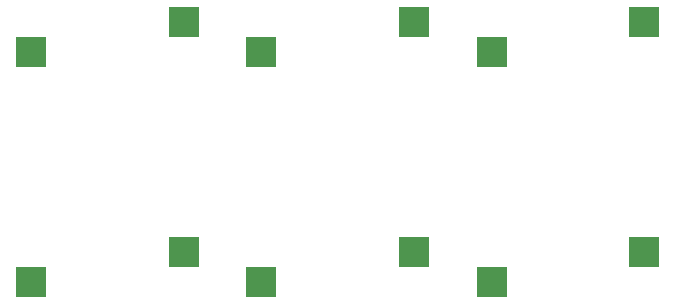
<source format=gbr>
%TF.GenerationSoftware,KiCad,Pcbnew,5.1.9-73d0e3b20d~88~ubuntu20.10.1*%
%TF.CreationDate,2021-04-24T17:05:30-07:00*%
%TF.ProjectId,macropad-v2_0_1,6d616372-6f70-4616-942d-76325f305f31,rev?*%
%TF.SameCoordinates,Original*%
%TF.FileFunction,Paste,Bot*%
%TF.FilePolarity,Positive*%
%FSLAX46Y46*%
G04 Gerber Fmt 4.6, Leading zero omitted, Abs format (unit mm)*
G04 Created by KiCad (PCBNEW 5.1.9-73d0e3b20d~88~ubuntu20.10.1) date 2021-04-24 17:05:30*
%MOMM*%
%LPD*%
G01*
G04 APERTURE LIST*
%ADD10R,2.550000X2.500000*%
G04 APERTURE END LIST*
D10*
%TO.C,SW1*%
X9658000Y-40080000D03*
X22585000Y-37540000D03*
%TD*%
%TO.C,SW2*%
X42085000Y-37540000D03*
X29158000Y-40080000D03*
%TD*%
%TO.C,SW3*%
X61585000Y-37540000D03*
X48658000Y-40080000D03*
%TD*%
%TO.C,SW4*%
X9658000Y-59580000D03*
X22585000Y-57040000D03*
%TD*%
%TO.C,SW5*%
X42085000Y-57040000D03*
X29158000Y-59580000D03*
%TD*%
%TO.C,SW6*%
X48658000Y-59580000D03*
X61585000Y-57040000D03*
%TD*%
M02*

</source>
